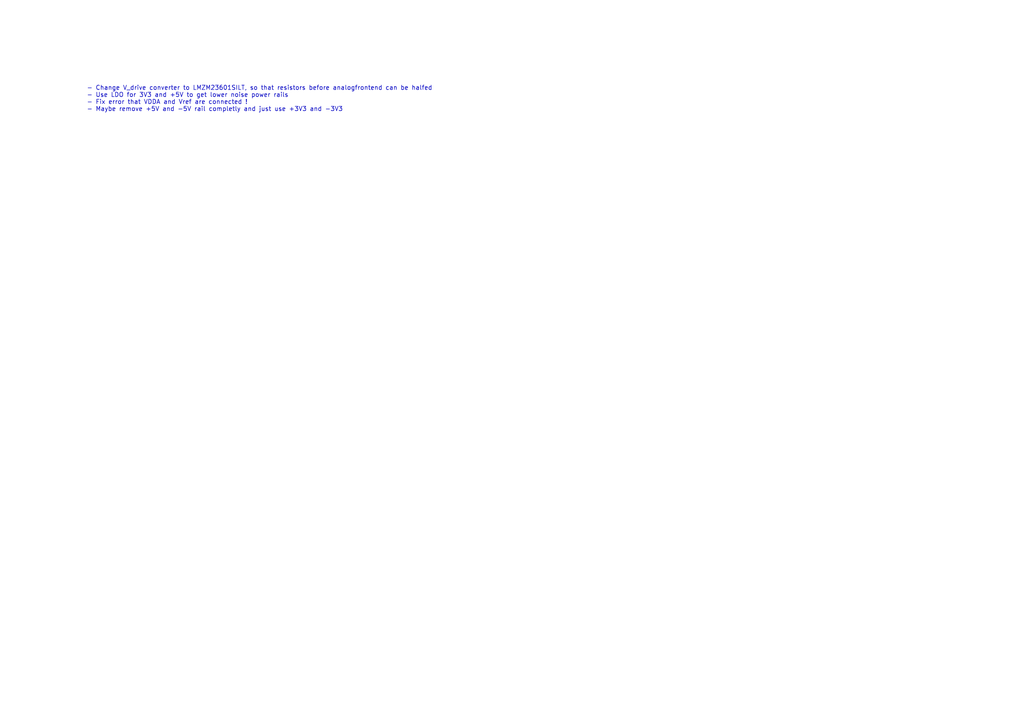
<source format=kicad_sch>
(kicad_sch
	(version 20231120)
	(generator "eeschema")
	(generator_version "8.0")
	(uuid "5b8350a0-4372-4dba-9407-e0ba299cb2e6")
	(paper "A4")
	(lib_symbols)
	(text "- Change V_drive converter to LMZM23601SILT, so that resistors before analogfrontend can be halfed\n- Use LDO for 3V3 and +5V to get lower noise power rails\n- Fix error that VDDA and Vref are connected !\n- Maybe remove +5V and -5V rail completly and just use +3V3 and -3V3  "
		(exclude_from_sim no)
		(at 25.146 28.702 0)
		(effects
			(font
				(size 1.27 1.27)
			)
			(justify left)
		)
		(uuid "01e4b333-651d-4b75-81dd-20fa52ae3b34")
	)
)

</source>
